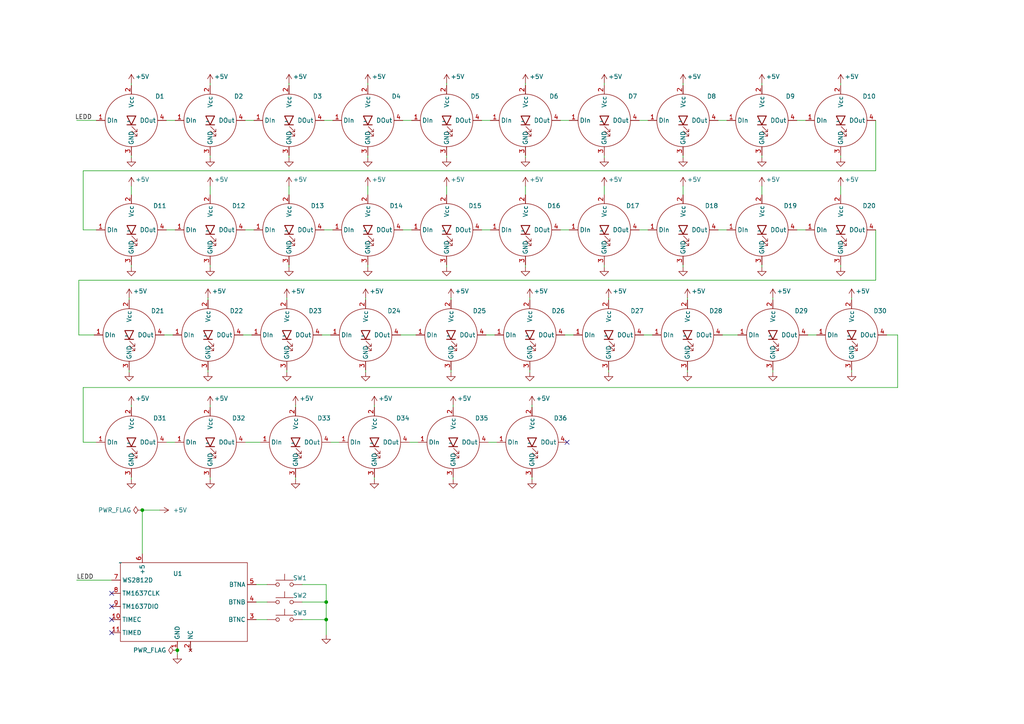
<source format=kicad_sch>
(kicad_sch (version 20230121) (generator eeschema)
  (paper "A4")
  (title_block (title "Berlin Uhr") (date "2024-09-22"))
  (lib_symbols
    (symbol "ClockIt:Movement5037"
      (property "Reference" "U" (at 0 0 0))
      (symbol "Movement5037_0_1"
        (rectangle (start 0 0) (end 36.83 -22.86))
      )
      (symbol "Movement5037_1_1"
        (pin power_in line (at 16.51 -25.4 90) (length 2.54) (name "GND") (number "1"))
        (pin output line (at -2.54 -16.51 0) (length 2.54) (name "TIMEC") (number "10"))
        (pin bidirectional line (at -2.54 -20.32 0) (length 2.54) (name "TIMED") (number "11"))
        (pin no_connect line (at 20.32 -25.4 90) (length 2.54) (name "NC") (number "2"))
        (pin input line (at 39.37 -16.51 180) (length 2.54) (name "BTNC") (number "3"))
        (pin input line (at 39.37 -11.43 180) (length 2.54) (name "BTNB") (number "4"))
        (pin input line (at 39.37 -6.35 180) (length 2.54) (name "BTNA") (number "5"))
        (pin power_out line (at 6.35 2.54 270) (length 2.54) (name "+5") (number "6"))
        (pin output line (at -2.54 -5.08 0) (length 2.54) (name "WS2812D") (number "7"))
        (pin output line (at -2.54 -8.89 0) (length 2.54) (name "TM1637CLK") (number "8"))
        (pin bidirectional line (at -2.54 -12.7 0) (length 2.54) (name "TM1637DIO") (number "9"))
      )
    )
    (symbol "ClockIt:WS2812-5MM"
      (property "Reference" "D" (at -9.144 6.858 0))
      (symbol "WS2812-5MM_0_1"
        (polyline (pts (xy 1.27 -1.27) (xy -1.27 -1.27)) (stroke (width 0.254)))
        (polyline (pts (xy 1.27 1.27) (xy -1.27 1.27) (xy 0 -1.27) (xy 1.27 1.27)) (stroke (width 0.254)))
        (polyline (pts (xy 0.127 -3.048) (xy 1.651 -4.572) (xy 1.651 -3.81) (xy 1.651 -4.572) (xy 0.889 -4.572)))
        (polyline (pts (xy 0.127 -1.778) (xy 1.651 -3.302) (xy 1.651 -2.54) (xy 1.651 -3.302) (xy 0.889 -3.302)))
        (circle (center 0 0) (radius 7.62))
      )
      (symbol "WS2812-5MM_1_1"
        (pin input line (at -10.16 0 0) (length 2.54) (name "DIn") (number "1"))
        (pin power_in line (at 0 10.16 270) (length 2.54) (name "Vcc") (number "2"))
        (pin power_in line (at 0 -10.16 90) (length 2.54) (name "GND") (number "3"))
        (pin output line (at 10.16 0 180) (length 2.54) (name "DOut") (number "4"))
      )
    )
    (symbol "Switch:SW_Push" (pin_numbers hide) (pin_names (offset 1.016) hide)
      (property "Reference" "SW" (at 1.27 2.54 0))
      (property "Value" "SW_Push" (at 0 -1.524 0))
      (symbol "SW_Push_0_1"
        (circle (center -2.032 0) (radius 0.508))
        (polyline (pts (xy 0 1.27) (xy 0 3.048)))
        (polyline (pts (xy 2.54 1.27) (xy -2.54 1.27)))
        (circle (center 2.032 0) (radius 0.508))
        (pin passive line (at -5.08 0 0) (length 2.54) (name "1") (number "1"))
        (pin passive line (at 5.08 0 180) (length 2.54) (name "2") (number "2"))
      )
    )
    (symbol "power:+5V" (power) (pin_names (offset 0))
      (property "Value" "+5V" (at 0 3.556 0))
      (symbol "+5V_0_1"
        (polyline (pts (xy -0.762 1.27) (xy 0 2.54)))
        (polyline (pts (xy 0 0) (xy 0 2.54)))
        (polyline (pts (xy 0 2.54) (xy 0.762 1.27)))
      )
      (symbol "+5V_1_1"
        (pin power_in line (at 0 0 90) (length 0) hide (name "+5V") (number "1"))
      )
    )
    (symbol "power:GND" (power) (pin_names (offset 0))
      (property "Value" "GND" (at 0 -3.81 0))
      (symbol "GND_0_1"
        (polyline (pts (xy 0 0) (xy 0 -1.27) (xy 1.27 -1.27) (xy 0 -2.54) (xy -1.27 -1.27) (xy 0 -1.27)))
      )
      (symbol "GND_1_1"
        (pin power_in line (at 0 0 270) (length 0) hide (name "GND") (number "1"))
      )
    )
    (symbol "power:PWR_FLAG" (power) (pin_numbers hide) (pin_names (offset 0) hide)
      (property "Value" "PWR_FLAG" (at 0 3.81 0))
      (symbol "PWR_FLAG_0_0"
        (pin power_out line (at 0 0 90) (length 0) (name "pwr") (number "1"))
      )
      (symbol "PWR_FLAG_0_1"
        (polyline (pts (xy 0 0) (xy 0 1.27) (xy -1.016 1.905) (xy 0 2.54) (xy 1.016 1.905) (xy 0 1.27)))
      )
    )
  )
  (junction (at 94.615 179.705))
  (junction (at 94.615 174.625))
  (junction (at 51.435 188.595))
  (junction (at 41.275 147.955))
  (no_connect (at 32.385 179.705))
  (no_connect (at 32.385 183.515))
  (no_connect (at 164.465 128.27))
  (no_connect (at 32.385 175.895))
  (no_connect (at 32.385 172.085))
  (wire (pts (xy 83.82 76.835) (xy 83.82 77.47)))
  (wire (pts (xy 24.13 66.675) (xy 27.94 66.675)))
  (wire (pts (xy 254 66.675) (xy 254 81.28)))
  (wire (pts (xy 154.305 117.475) (xy 154.305 118.11)))
  (wire (pts (xy 243.84 45.085) (xy 243.84 45.72)))
  (wire (pts (xy 254 81.28) (xy 22.86 81.28)))
  (wire (pts (xy 175.26 24.13) (xy 175.26 24.765)))
  (wire (pts (xy 162.56 66.675) (xy 165.1 66.675)))
  (wire (pts (xy 199.39 86.36) (xy 199.39 86.995)))
  (wire (pts (xy 254 49.53) (xy 24.13 49.53)))
  (wire (pts (xy 60.325 107.315) (xy 60.325 107.95)))
  (wire (pts (xy 95.885 128.27) (xy 98.425 128.27)))
  (wire (pts (xy 247.015 107.315) (xy 247.015 107.95)))
  (wire (pts (xy 152.4 45.085) (xy 152.4 45.72)))
  (wire (pts (xy 60.96 138.43) (xy 60.96 139.065)))
  (wire (pts (xy 70.485 97.155) (xy 73.025 97.155)))
  (wire (pts (xy 71.12 128.27) (xy 75.565 128.27)))
  (wire (pts (xy 139.7 66.675) (xy 142.24 66.675)))
  (wire (pts (xy 93.98 66.675) (xy 96.52 66.675)))
  (wire (pts (xy 220.98 53.975) (xy 220.98 56.515)))
  (wire (pts (xy 85.725 138.43) (xy 85.725 139.065)))
  (wire (pts (xy 140.97 97.155) (xy 143.51 97.155)))
  (wire (pts (xy 208.28 66.675) (xy 210.82 66.675)))
  (wire (pts (xy 51.435 188.595) (xy 51.435 189.865)))
  (wire (pts (xy 87.63 169.545) (xy 94.615 169.545)))
  (wire (pts (xy 243.84 53.975) (xy 243.84 56.515)))
  (wire (pts (xy 60.96 53.975) (xy 60.96 56.515)))
  (wire (pts (xy 185.42 66.675) (xy 187.96 66.675)))
  (wire (pts (xy 129.54 45.085) (xy 129.54 45.72)))
  (wire (pts (xy 38.1 53.975) (xy 38.1 56.515)))
  (wire (pts (xy 116.84 66.675) (xy 119.38 66.675)))
  (wire (pts (xy 176.53 86.36) (xy 176.53 86.995)))
  (wire (pts (xy 83.185 107.315) (xy 83.185 107.95)))
  (wire (pts (xy 106.68 76.835) (xy 106.68 77.47)))
  (wire (pts (xy 129.54 24.13) (xy 129.54 24.765)))
  (wire (pts (xy 129.54 76.835) (xy 129.54 77.47)))
  (wire (pts (xy 118.745 128.27) (xy 121.285 128.27)))
  (wire (pts (xy 152.4 24.13) (xy 152.4 24.765)))
  (wire (pts (xy 22.86 81.28) (xy 22.86 97.155)))
  (wire (pts (xy 106.045 107.315) (xy 106.045 107.95)))
  (wire (pts (xy 243.84 76.835) (xy 243.84 77.47)))
  (wire (pts (xy 243.84 24.13) (xy 243.84 24.765)))
  (wire (pts (xy 153.67 86.36) (xy 153.67 86.995)))
  (wire (pts (xy 209.55 97.155) (xy 213.995 97.155)))
  (wire (pts (xy 60.325 86.36) (xy 60.325 86.995)))
  (wire (pts (xy 162.56 34.925) (xy 165.1 34.925)))
  (wire (pts (xy 108.585 138.43) (xy 108.585 139.065)))
  (wire (pts (xy 106.045 86.36) (xy 106.045 86.995)))
  (wire (pts (xy 83.185 86.36) (xy 83.185 86.995)))
  (wire (pts (xy 224.155 107.315) (xy 224.155 107.95)))
  (wire (pts (xy 176.53 107.315) (xy 176.53 107.95)))
  (wire (pts (xy 152.4 53.975) (xy 152.4 56.515)))
  (wire (pts (xy 220.98 45.085) (xy 220.98 45.72)))
  (wire (pts (xy 185.42 34.925) (xy 187.96 34.925)))
  (wire (pts (xy 220.98 76.835) (xy 220.98 77.47)))
  (wire (pts (xy 24.13 49.53) (xy 24.13 66.675)))
  (wire (pts (xy 48.26 128.27) (xy 50.8 128.27)))
  (wire (pts (xy 74.295 174.625) (xy 77.47 174.625)))
  (wire (pts (xy 257.175 97.155) (xy 260.35 97.155)))
  (wire (pts (xy 48.26 34.925) (xy 50.8 34.925)))
  (wire (pts (xy 24.13 128.27) (xy 27.94 128.27)))
  (wire (pts (xy 106.68 53.975) (xy 106.68 56.515)))
  (wire (pts (xy 175.26 76.835) (xy 175.26 77.47)))
  (wire (pts (xy 71.12 66.675) (xy 73.66 66.675)))
  (wire (pts (xy 87.63 174.625) (xy 94.615 174.625)))
  (wire (pts (xy 106.68 45.085) (xy 106.68 45.72)))
  (wire (pts (xy 38.1 24.13) (xy 38.1 24.765)))
  (wire (pts (xy 60.96 24.13) (xy 60.96 24.765)))
  (wire (pts (xy 198.12 45.085) (xy 198.12 45.72)))
  (wire (pts (xy 129.54 53.975) (xy 129.54 56.515)))
  (wire (pts (xy 208.28 34.925) (xy 210.82 34.925)))
  (wire (pts (xy 131.445 138.43) (xy 131.445 139.065)))
  (wire (pts (xy 38.1 76.835) (xy 38.1 77.47)))
  (wire (pts (xy 247.015 86.36) (xy 247.015 86.995)))
  (wire (pts (xy 93.98 34.925) (xy 96.52 34.925)))
  (wire (pts (xy 186.69 97.155) (xy 189.23 97.155)))
  (wire (pts (xy 231.14 34.925) (xy 233.68 34.925)))
  (wire (pts (xy 85.725 117.475) (xy 85.725 118.11)))
  (wire (pts (xy 175.26 45.085) (xy 175.26 45.72)))
  (wire (pts (xy 22.86 97.155) (xy 27.305 97.155)))
  (wire (pts (xy 254 34.925) (xy 254 49.53)))
  (wire (pts (xy 48.26 66.675) (xy 50.8 66.675)))
  (wire (pts (xy 94.615 174.625) (xy 94.615 179.705)))
  (wire (pts (xy 116.84 34.925) (xy 119.38 34.925)))
  (wire (pts (xy 199.39 107.315) (xy 199.39 107.95)))
  (wire (pts (xy 38.1 117.475) (xy 38.1 118.11)))
  (wire (pts (xy 74.295 169.545) (xy 77.47 169.545)))
  (wire (pts (xy 139.7 34.925) (xy 142.24 34.925)))
  (wire (pts (xy 108.585 117.475) (xy 108.585 118.11)))
  (wire (pts (xy 131.445 117.475) (xy 131.445 118.11)))
  (wire (pts (xy 22.225 168.275) (xy 32.385 168.275)))
  (wire (pts (xy 47.625 97.155) (xy 50.165 97.155)))
  (wire (pts (xy 41.275 147.955) (xy 46.355 147.955)))
  (wire (pts (xy 220.98 24.13) (xy 220.98 24.765)))
  (wire (pts (xy 37.465 107.315) (xy 37.465 107.95)))
  (wire (pts (xy 38.1 138.43) (xy 38.1 139.065)))
  (wire (pts (xy 94.615 179.705) (xy 94.615 184.15)))
  (wire (pts (xy 71.12 34.925) (xy 73.66 34.925)))
  (wire (pts (xy 198.12 76.835) (xy 198.12 77.47)))
  (wire (pts (xy 260.35 112.395) (xy 24.13 112.395)))
  (wire (pts (xy 60.96 45.085) (xy 60.96 45.72)))
  (wire (pts (xy 198.12 53.975) (xy 198.12 56.515)))
  (wire (pts (xy 153.67 107.315) (xy 153.67 107.95)))
  (wire (pts (xy 175.26 53.975) (xy 175.26 56.515)))
  (wire (pts (xy 74.295 179.705) (xy 77.47 179.705)))
  (wire (pts (xy 116.205 97.155) (xy 120.65 97.155)))
  (wire (pts (xy 60.96 117.475) (xy 60.96 118.11)))
  (wire (pts (xy 130.81 86.36) (xy 130.81 86.995)))
  (wire (pts (xy 38.1 45.085) (xy 38.1 45.72)))
  (wire (pts (xy 83.82 53.975) (xy 83.82 56.515)))
  (wire (pts (xy 24.13 112.395) (xy 24.13 128.27)))
  (wire (pts (xy 231.14 66.675) (xy 233.68 66.675)))
  (wire (pts (xy 130.81 107.315) (xy 130.81 107.95)))
  (wire (pts (xy 60.96 76.835) (xy 60.96 77.47)))
  (wire (pts (xy 141.605 128.27) (xy 144.145 128.27)))
  (wire (pts (xy 41.275 147.955) (xy 41.275 160.655)))
  (wire (pts (xy 163.83 97.155) (xy 166.37 97.155)))
  (wire (pts (xy 224.155 86.36) (xy 224.155 86.995)))
  (wire (pts (xy 234.315 97.155) (xy 236.855 97.155)))
  (wire (pts (xy 93.345 97.155) (xy 95.885 97.155)))
  (wire (pts (xy 154.305 138.43) (xy 154.305 139.065)))
  (wire (pts (xy 83.82 45.085) (xy 83.82 45.72)))
  (wire (pts (xy 22.225 34.925) (xy 27.94 34.925)))
  (wire (pts (xy 152.4 76.835) (xy 152.4 77.47)))
  (wire (pts (xy 106.68 24.13) (xy 106.68 24.765)))
  (wire (pts (xy 94.615 169.545) (xy 94.615 174.625)))
  (wire (pts (xy 87.63 179.705) (xy 94.615 179.705)))
  (wire (pts (xy 83.82 24.13) (xy 83.82 24.765)))
  (wire (pts (xy 37.465 86.36) (xy 37.465 86.995)))
  (wire (pts (xy 260.35 97.155) (xy 260.35 112.395)))
  (wire (pts (xy 198.12 24.13) (xy 198.12 24.765)))
  (label "LEDD" (at 22.225 168.275 0))
  (label "LEDD" (at 26.67 34.925 180))
  (symbol (lib_id "power:GND") (at 83.82 45.72 0) (unit 1)
    (property "Reference" "#PWR013" (effects hide))
    (property "Value" "GND" (effects hide))
  )
  (symbol (lib_id "power:+5V") (at 154.305 117.475 0) (unit 1)
    (property "Reference" "#PWR066" (effects hide))
    (property "Value" "+5V" (at 157.48 115.57 0))
  )
  (symbol (lib_id "power:+5V") (at 83.82 53.975 0) (unit 1)
    (property "Reference" "#PWR023" (effects hide))
    (property "Value" "+5V" (at 86.995 52.07 0))
  )
  (symbol (lib_id "power:+5V") (at 152.4 53.975 0) (unit 1)
    (property "Reference" "#PWR026" (effects hide))
    (property "Value" "+5V" (at 155.575 52.07 0))
  )
  (symbol (lib_id "ClockIt:WS2812-5MM") (at 38.1 66.675 0) (unit 1)
    (property "Reference" "D11" (at 46.355 59.69 0))
    (property "Value" "~" (at 37.338 66.929 0))
    (property "Footprint" "ClockIt:WS2812-5MM" (effects hide))
  )
  (symbol (lib_id "power:GND") (at 129.54 77.47 0) (unit 1)
    (property "Reference" "#PWR035" (effects hide))
    (property "Value" "GND" (effects hide))
  )
  (symbol (lib_id "power:+5V") (at 198.12 24.13 0) (unit 1)
    (property "Reference" "#PWR08" (effects hide))
    (property "Value" "+5V" (at 201.295 22.225 0))
  )
  (symbol (lib_id "power:GND") (at 94.615 184.15 0) (unit 1)
    (property "Reference" "#PWR074" (effects hide))
    (property "Value" "GND" (effects hide))
  )
  (symbol (lib_id "power:GND") (at 83.185 107.95 0) (unit 1)
    (property "Reference" "#PWR053" (effects hide))
    (property "Value" "GND" (effects hide))
  )
  (symbol (lib_id "power:+5V") (at 60.96 117.475 0) (unit 1)
    (property "Reference" "#PWR062" (effects hide))
    (property "Value" "+5V" (at 64.135 115.57 0))
  )
  (symbol (lib_id "ClockIt:WS2812-5MM") (at 129.54 34.925 0) (unit 1)
    (property "Reference" "D5" (at 137.795 27.94 0))
    (property "Value" "~" (at 128.778 35.179 0))
    (property "Footprint" "ClockIt:WS2812-5MM" (effects hide))
  )
  (symbol (lib_id "ClockIt:WS2812-5MM") (at 224.155 97.155 0) (unit 1)
    (property "Reference" "D29" (at 232.41 90.17 0))
    (property "Value" "~" (at 223.393 97.409 0))
    (property "Footprint" "ClockIt:WS2812-5MM" (effects hide))
  )
  (symbol (lib_id "power:GND") (at 152.4 77.47 0) (unit 1)
    (property "Reference" "#PWR036" (effects hide))
    (property "Value" "GND" (effects hide))
  )
  (symbol (lib_id "power:GND") (at 154.305 139.065 0) (unit 1)
    (property "Reference" "#PWR072" (effects hide))
    (property "Value" "GND" (effects hide))
  )
  (symbol (lib_id "ClockIt:WS2812-5MM") (at 152.4 66.675 0) (unit 1)
    (property "Reference" "D16" (at 160.655 59.69 0))
    (property "Value" "~" (at 151.638 66.929 0))
    (property "Footprint" "ClockIt:WS2812-5MM" (effects hide))
  )
  (symbol (lib_id "ClockIt:WS2812-5MM") (at 130.81 97.155 0) (unit 1)
    (property "Reference" "D25" (at 139.065 90.17 0))
    (property "Value" "~" (at 130.048 97.409 0))
    (property "Footprint" "ClockIt:WS2812-5MM" (effects hide))
  )
  (symbol (lib_id "power:GND") (at 130.81 107.95 0) (unit 1)
    (property "Reference" "#PWR055" (effects hide))
    (property "Value" "GND" (effects hide))
  )
  (symbol (lib_id "power:+5V") (at 60.325 86.36 0) (unit 1)
    (property "Reference" "#PWR042" (effects hide))
    (property "Value" "+5V" (at 63.5 84.455 0))
  )
  (symbol (lib_id "ClockIt:WS2812-5MM") (at 60.96 66.675 0) (unit 1)
    (property "Reference" "D12" (at 69.215 59.69 0))
    (property "Value" "~" (at 60.198 66.929 0))
    (property "Footprint" "ClockIt:WS2812-5MM" (effects hide))
  )
  (symbol (lib_id "power:+5V") (at 37.465 86.36 0) (unit 1)
    (property "Reference" "#PWR041" (effects hide))
    (property "Value" "+5V" (at 40.64 84.455 0))
  )
  (symbol (lib_id "Switch:SW_Push") (at 82.55 179.705 0) (unit 1)
    (property "Reference" "SW3" (at 86.995 177.8 0))
    (property "Value" "SW_Push" (effects hide))
    (property "Footprint" "ClockIt:Tactile SW SMD" (effects hide))
  )
  (symbol (lib_id "power:+5V") (at 153.67 86.36 0) (unit 1)
    (property "Reference" "#PWR046" (effects hide))
    (property "Value" "+5V" (at 156.845 84.455 0))
  )
  (symbol (lib_id "power:GND") (at 106.68 45.72 0) (unit 1)
    (property "Reference" "#PWR014" (effects hide))
    (property "Value" "GND" (effects hide))
  )
  (symbol (lib_id "power:+5V") (at 108.585 117.475 0) (unit 1)
    (property "Reference" "#PWR064" (effects hide))
    (property "Value" "+5V" (at 111.76 115.57 0))
  )
  (symbol (lib_id "power:GND") (at 129.54 45.72 0) (unit 1)
    (property "Reference" "#PWR015" (effects hide))
    (property "Value" "GND" (effects hide))
  )
  (symbol (lib_id "ClockIt:WS2812-5MM") (at 198.12 66.675 0) (unit 1)
    (property "Reference" "D18" (at 206.375 59.69 0))
    (property "Value" "~" (at 197.358 66.929 0))
    (property "Footprint" "ClockIt:WS2812-5MM" (effects hide))
  )
  (symbol (lib_id "power:+5V") (at 106.68 24.13 0) (unit 1)
    (property "Reference" "#PWR04" (effects hide))
    (property "Value" "+5V" (at 109.855 22.225 0))
  )
  (symbol (lib_id "power:GND") (at 176.53 107.95 0) (unit 1)
    (property "Reference" "#PWR057" (effects hide))
    (property "Value" "GND" (effects hide))
  )
  (symbol (lib_id "ClockIt:WS2812-5MM") (at 60.325 97.155 0) (unit 1)
    (property "Reference" "D22" (at 68.58 90.17 0))
    (property "Value" "~" (at 59.563 97.409 0))
    (property "Footprint" "ClockIt:WS2812-5MM" (effects hide))
  )
  (symbol (lib_id "power:GND") (at 38.1 77.47 0) (unit 1)
    (property "Reference" "#PWR031" (effects hide))
    (property "Value" "GND" (effects hide))
  )
  (symbol (lib_id "power:+5V") (at 60.96 24.13 0) (unit 1)
    (property "Reference" "#PWR02" (effects hide))
    (property "Value" "+5V" (at 64.135 22.225 0))
  )
  (symbol (lib_id "power:GND") (at 131.445 139.065 0) (unit 1)
    (property "Reference" "#PWR071" (effects hide))
    (property "Value" "GND" (effects hide))
  )
  (symbol (lib_id "power:GND") (at 83.82 77.47 0) (unit 1)
    (property "Reference" "#PWR033" (effects hide))
    (property "Value" "GND" (effects hide))
  )
  (symbol (lib_id "power:PWR_FLAG") (at 41.275 147.955 90) (unit 1)
    (property "Reference" "#FLG01" (effects hide))
    (property "Value" "PWR_FLAG" (at 38.1 147.955 90) (effects (justify left)))
  )
  (symbol (lib_id "ClockIt:WS2812-5MM") (at 220.98 66.675 0) (unit 1)
    (property "Reference" "D19" (at 229.235 59.69 0))
    (property "Value" "~" (at 220.218 66.929 0))
    (property "Footprint" "ClockIt:WS2812-5MM" (effects hide))
  )
  (symbol (lib_id "ClockIt:WS2812-5MM") (at 220.98 34.925 0) (unit 1)
    (property "Reference" "D9" (at 229.235 27.94 0))
    (property "Value" "~" (at 220.218 35.179 0))
    (property "Footprint" "ClockIt:WS2812-5MM" (effects hide))
  )
  (symbol (lib_id "power:GND") (at 220.98 45.72 0) (unit 1)
    (property "Reference" "#PWR019" (effects hide))
    (property "Value" "GND" (effects hide))
  )
  (symbol (lib_id "power:GND") (at 243.84 77.47 0) (unit 1)
    (property "Reference" "#PWR040" (effects hide))
    (property "Value" "GND" (effects hide))
  )
  (symbol (lib_id "power:+5V") (at 220.98 24.13 0) (unit 1)
    (property "Reference" "#PWR09" (effects hide))
    (property "Value" "+5V" (at 224.155 22.225 0))
  )
  (symbol (lib_id "power:+5V") (at 129.54 24.13 0) (unit 1)
    (property "Reference" "#PWR05" (effects hide))
    (property "Value" "+5V" (at 132.715 22.225 0))
  )
  (symbol (lib_id "ClockIt:WS2812-5MM") (at 176.53 97.155 0) (unit 1)
    (property "Reference" "D27" (at 184.785 90.17 0))
    (property "Value" "~" (at 175.768 97.409 0))
    (property "Footprint" "ClockIt:WS2812-5MM" (effects hide))
  )
  (symbol (lib_id "power:GND") (at 220.98 77.47 0) (unit 1)
    (property "Reference" "#PWR039" (effects hide))
    (property "Value" "GND" (effects hide))
  )
  (symbol (lib_id "ClockIt:WS2812-5MM") (at 106.68 34.925 0) (unit 1)
    (property "Reference" "D4" (at 114.935 27.94 0))
    (property "Value" "~" (at 105.918 35.179 0))
    (property "Footprint" "ClockIt:WS2812-5MM" (effects hide))
  )
  (symbol (lib_id "ClockIt:WS2812-5MM") (at 131.445 128.27 0) (unit 1)
    (property "Reference" "D35" (at 139.7 121.285 0))
    (property "Value" "~" (at 130.683 128.524 0))
    (property "Footprint" "ClockIt:WS2812-5MM" (effects hide))
  )
  (symbol (lib_id "power:+5V") (at 129.54 53.975 0) (unit 1)
    (property "Reference" "#PWR025" (effects hide))
    (property "Value" "+5V" (at 132.715 52.07 0))
  )
  (symbol (lib_id "power:+5V") (at 176.53 86.36 0) (unit 1)
    (property "Reference" "#PWR047" (effects hide))
    (property "Value" "+5V" (at 179.705 84.455 0))
  )
  (symbol (lib_id "power:GND") (at 38.1 139.065 0) (unit 1)
    (property "Reference" "#PWR067" (effects hide))
    (property "Value" "GND" (effects hide))
  )
  (symbol (lib_id "ClockIt:WS2812-5MM") (at 60.96 128.27 0) (unit 1)
    (property "Reference" "D32" (at 69.215 121.285 0))
    (property "Value" "~" (at 60.198 128.524 0))
    (property "Footprint" "ClockIt:WS2812-5MM" (effects hide))
  )
  (symbol (lib_id "power:+5V") (at 199.39 86.36 0) (unit 1)
    (property "Reference" "#PWR048" (effects hide))
    (property "Value" "+5V" (at 202.565 84.455 0))
  )
  (symbol (lib_id "ClockIt:WS2812-5MM") (at 37.465 97.155 0) (unit 1)
    (property "Reference" "D21" (at 45.72 90.17 0))
    (property "Value" "~" (at 36.703 97.409 0))
    (property "Footprint" "ClockIt:WS2812-5MM" (effects hide))
  )
  (symbol (lib_id "power:+5V") (at 60.96 53.975 0) (unit 1)
    (property "Reference" "#PWR022" (effects hide))
    (property "Value" "+5V" (at 64.135 52.07 0))
  )
  (symbol (lib_id "power:GND") (at 51.435 189.865 0) (unit 1)
    (property "Reference" "#PWR075" (effects hide))
    (property "Value" "GND" (effects hide))
  )
  (symbol (lib_id "ClockIt:WS2812-5MM") (at 243.84 66.675 0) (unit 1)
    (property "Reference" "D20" (at 252.095 59.69 0))
    (property "Value" "~" (at 243.078 66.929 0))
    (property "Footprint" "ClockIt:WS2812-5MM" (effects hide))
  )
  (symbol (lib_id "power:+5V") (at 46.355 147.955 270) (unit 1)
    (property "Reference" "#PWR073" (effects hide))
    (property "Value" "+5V" (at 50.165 147.955 90) (effects (justify left)))
  )
  (symbol (lib_id "ClockIt:WS2812-5MM") (at 83.82 34.925 0) (unit 1)
    (property "Reference" "D3" (at 92.075 27.94 0))
    (property "Value" "~" (at 83.058 35.179 0))
    (property "Footprint" "ClockIt:WS2812-5MM" (effects hide))
  )
  (symbol (lib_id "power:+5V") (at 38.1 117.475 0) (unit 1)
    (property "Reference" "#PWR061" (effects hide))
    (property "Value" "+5V" (at 41.275 115.57 0))
  )
  (symbol (lib_id "Switch:SW_Push") (at 82.55 169.545 0) (unit 1)
    (property "Reference" "SW1" (at 86.995 167.64 0))
    (property "Value" "SW_Push" (effects hide))
    (property "Footprint" "ClockIt:Tactile SW SMD" (effects hide))
  )
  (symbol (lib_id "power:GND") (at 108.585 139.065 0) (unit 1)
    (property "Reference" "#PWR070" (effects hide))
    (property "Value" "GND" (effects hide))
  )
  (symbol (lib_id "power:GND") (at 38.1 45.72 0) (unit 1)
    (property "Reference" "#PWR011" (effects hide))
    (property "Value" "GND" (effects hide))
  )
  (symbol (lib_id "power:+5V") (at 243.84 53.975 0) (unit 1)
    (property "Reference" "#PWR030" (effects hide))
    (property "Value" "+5V" (at 247.015 52.07 0))
  )
  (symbol (lib_id "ClockIt:WS2812-5MM") (at 175.26 66.675 0) (unit 1)
    (property "Reference" "D17" (at 183.515 59.69 0))
    (property "Value" "~" (at 174.498 66.929 0))
    (property "Footprint" "ClockIt:WS2812-5MM" (effects hide))
  )
  (symbol (lib_id "ClockIt:Movement5037") (at 34.925 163.195 0) (unit 1)
    (property "Reference" "U1" (at 50.165 166.37 0) (effects (justify left)))
    (property "Value" "~" (at 34.925 163.195 0))
    (property "Footprint" "ClockIt:Movement5037 TH" (effects hide))
  )
  (symbol (lib_id "power:GND") (at 152.4 45.72 0) (unit 1)
    (property "Reference" "#PWR016" (effects hide))
    (property "Value" "GND" (effects hide))
  )
  (symbol (lib_id "Switch:SW_Push") (at 82.55 174.625 0) (unit 1)
    (property "Reference" "SW2" (at 86.995 172.72 0))
    (property "Value" "SW_Push" (effects hide))
    (property "Footprint" "ClockIt:Tactile SW SMD" (effects hide))
  )
  (symbol (lib_id "power:GND") (at 175.26 77.47 0) (unit 1)
    (property "Reference" "#PWR037" (effects hide))
    (property "Value" "GND" (effects hide))
  )
  (symbol (lib_id "power:GND") (at 198.12 77.47 0) (unit 1)
    (property "Reference" "#PWR038" (effects hide))
    (property "Value" "GND" (effects hide))
  )
  (symbol (lib_id "ClockIt:WS2812-5MM") (at 129.54 66.675 0) (unit 1)
    (property "Reference" "D15" (at 137.795 59.69 0))
    (property "Value" "~" (at 128.778 66.929 0))
    (property "Footprint" "ClockIt:WS2812-5MM" (effects hide))
  )
  (symbol (lib_id "ClockIt:WS2812-5MM") (at 83.185 97.155 0) (unit 1)
    (property "Reference" "D23" (at 91.44 90.17 0))
    (property "Value" "~" (at 82.423 97.409 0))
    (property "Footprint" "ClockIt:WS2812-5MM" (effects hide))
  )
  (symbol (lib_id "power:+5V") (at 175.26 24.13 0) (unit 1)
    (property "Reference" "#PWR07" (effects hide))
    (property "Value" "+5V" (at 178.435 22.225 0))
  )
  (symbol (lib_id "power:+5V") (at 83.185 86.36 0) (unit 1)
    (property "Reference" "#PWR043" (effects hide))
    (property "Value" "+5V" (at 86.36 84.455 0))
  )
  (symbol (lib_id "power:+5V") (at 220.98 53.975 0) (unit 1)
    (property "Reference" "#PWR029" (effects hide))
    (property "Value" "+5V" (at 224.155 52.07 0))
  )
  (symbol (lib_id "ClockIt:WS2812-5MM") (at 247.015 97.155 0) (unit 1)
    (property "Reference" "D30" (at 255.27 90.17 0))
    (property "Value" "~" (at 246.253 97.409 0))
    (property "Footprint" "ClockIt:WS2812-5MM" (effects hide))
  )
  (symbol (lib_id "power:+5V") (at 38.1 53.975 0) (unit 1)
    (property "Reference" "#PWR021" (effects hide))
    (property "Value" "+5V" (at 41.275 52.07 0))
  )
  (symbol (lib_id "power:+5V") (at 175.26 53.975 0) (unit 1)
    (property "Reference" "#PWR027" (effects hide))
    (property "Value" "+5V" (at 178.435 52.07 0))
  )
  (symbol (lib_id "power:GND") (at 60.96 45.72 0) (unit 1)
    (property "Reference" "#PWR012" (effects hide))
    (property "Value" "GND" (effects hide))
  )
  (symbol (lib_id "power:GND") (at 60.325 107.95 0) (unit 1)
    (property "Reference" "#PWR052" (effects hide))
    (property "Value" "GND" (effects hide))
  )
  (symbol (lib_id "power:+5V") (at 85.725 117.475 0) (unit 1)
    (property "Reference" "#PWR063" (effects hide))
    (property "Value" "+5V" (at 88.9 115.57 0))
  )
  (symbol (lib_id "power:GND") (at 224.155 107.95 0) (unit 1)
    (property "Reference" "#PWR059" (effects hide))
    (property "Value" "GND" (effects hide))
  )
  (symbol (lib_id "ClockIt:WS2812-5MM") (at 85.725 128.27 0) (unit 1)
    (property "Reference" "D33" (at 93.98 121.285 0))
    (property "Value" "~" (at 84.963 128.524 0))
    (property "Footprint" "ClockIt:WS2812-5MM" (effects hide))
  )
  (symbol (lib_id "ClockIt:WS2812-5MM") (at 175.26 34.925 0) (unit 1)
    (property "Reference" "D7" (at 183.515 27.94 0))
    (property "Value" "~" (at 174.498 35.179 0))
    (property "Footprint" "ClockIt:WS2812-5MM" (effects hide))
  )
  (symbol (lib_id "power:+5V") (at 131.445 117.475 0) (unit 1)
    (property "Reference" "#PWR065" (effects hide))
    (property "Value" "+5V" (at 134.62 115.57 0))
  )
  (symbol (lib_id "power:+5V") (at 198.12 53.975 0) (unit 1)
    (property "Reference" "#PWR028" (effects hide))
    (property "Value" "+5V" (at 201.295 52.07 0))
  )
  (symbol (lib_id "power:GND") (at 199.39 107.95 0) (unit 1)
    (property "Reference" "#PWR058" (effects hide))
    (property "Value" "GND" (effects hide))
  )
  (symbol (lib_id "power:GND") (at 198.12 45.72 0) (unit 1)
    (property "Reference" "#PWR018" (effects hide))
    (property "Value" "GND" (effects hide))
  )
  (symbol (lib_id "ClockIt:WS2812-5MM") (at 60.96 34.925 0) (unit 1)
    (property "Reference" "D2" (at 69.215 27.94 0))
    (property "Value" "~" (at 60.198 35.179 0))
    (property "Footprint" "ClockIt:WS2812-5MM" (effects hide))
  )
  (symbol (lib_id "ClockIt:WS2812-5MM") (at 83.82 66.675 0) (unit 1)
    (property "Reference" "D13" (at 92.075 59.69 0))
    (property "Value" "~" (at 83.058 66.929 0))
    (property "Footprint" "ClockIt:WS2812-5MM" (effects hide))
  )
  (symbol (lib_id "ClockIt:WS2812-5MM") (at 106.68 66.675 0) (unit 1)
    (property "Reference" "D14" (at 114.935 59.69 0))
    (property "Value" "~" (at 105.918 66.929 0))
    (property "Footprint" "ClockIt:WS2812-5MM" (effects hide))
  )
  (symbol (lib_id "power:+5V") (at 224.155 86.36 0) (unit 1)
    (property "Reference" "#PWR049" (effects hide))
    (property "Value" "+5V" (at 227.33 84.455 0))
  )
  (symbol (lib_id "power:+5V") (at 106.68 53.975 0) (unit 1)
    (property "Reference" "#PWR024" (effects hide))
    (property "Value" "+5V" (at 109.855 52.07 0))
  )
  (symbol (lib_id "power:GND") (at 60.96 77.47 0) (unit 1)
    (property "Reference" "#PWR032" (effects hide))
    (property "Value" "GND" (effects hide))
  )
  (symbol (lib_id "power:GND") (at 106.045 107.95 0) (unit 1)
    (property "Reference" "#PWR054" (effects hide))
    (property "Value" "GND" (effects hide))
  )
  (symbol (lib_id "ClockIt:WS2812-5MM") (at 106.045 97.155 0) (unit 1)
    (property "Reference" "D24" (at 114.3 90.17 0))
    (property "Value" "~" (at 105.283 97.409 0))
    (property "Footprint" "ClockIt:WS2812-5MM" (effects hide))
  )
  (symbol (lib_id "power:+5V") (at 152.4 24.13 0) (unit 1)
    (property "Reference" "#PWR06" (effects hide))
    (property "Value" "+5V" (at 155.575 22.225 0))
  )
  (symbol (lib_id "power:GND") (at 60.96 139.065 0) (unit 1)
    (property "Reference" "#PWR068" (effects hide))
    (property "Value" "GND" (effects hide))
  )
  (symbol (lib_id "power:+5V") (at 83.82 24.13 0) (unit 1)
    (property "Reference" "#PWR03" (effects hide))
    (property "Value" "+5V" (at 86.995 22.225 0))
  )
  (symbol (lib_id "power:GND") (at 106.68 77.47 0) (unit 1)
    (property "Reference" "#PWR034" (effects hide))
    (property "Value" "GND" (effects hide))
  )
  (symbol (lib_id "power:GND") (at 175.26 45.72 0) (unit 1)
    (property "Reference" "#PWR017" (effects hide))
    (property "Value" "GND" (effects hide))
  )
  (symbol (lib_id "ClockIt:WS2812-5MM") (at 198.12 34.925 0) (unit 1)
    (property "Reference" "D8" (at 206.375 27.94 0))
    (property "Value" "~" (at 197.358 35.179 0))
    (property "Footprint" "ClockIt:WS2812-5MM" (effects hide))
  )
  (symbol (lib_id "power:GND") (at 153.67 107.95 0) (unit 1)
    (property "Reference" "#PWR056" (effects hide))
    (property "Value" "GND" (effects hide))
  )
  (symbol (lib_id "power:GND") (at 243.84 45.72 0) (unit 1)
    (property "Reference" "#PWR020" (effects hide))
    (property "Value" "GND" (effects hide))
  )
  (symbol (lib_id "ClockIt:WS2812-5MM") (at 38.1 128.27 0) (unit 1)
    (property "Reference" "D31" (at 46.355 121.285 0))
    (property "Value" "~" (at 37.338 128.524 0))
    (property "Footprint" "ClockIt:WS2812-5MM" (effects hide))
  )
  (symbol (lib_id "power:+5V") (at 130.81 86.36 0) (unit 1)
    (property "Reference" "#PWR045" (effects hide))
    (property "Value" "+5V" (at 133.985 84.455 0))
  )
  (symbol (lib_id "power:GND") (at 37.465 107.95 0) (unit 1)
    (property "Reference" "#PWR051" (effects hide))
    (property "Value" "GND" (effects hide))
  )
  (symbol (lib_id "ClockIt:WS2812-5MM") (at 199.39 97.155 0) (unit 1)
    (property "Reference" "D28" (at 207.645 90.17 0))
    (property "Value" "~" (at 198.628 97.409 0))
    (property "Footprint" "ClockIt:WS2812-5MM" (effects hide))
  )
  (symbol (lib_id "power:GND") (at 85.725 139.065 0) (unit 1)
    (property "Reference" "#PWR069" (effects hide))
    (property "Value" "GND" (effects hide))
  )
  (symbol (lib_id "ClockIt:WS2812-5MM") (at 108.585 128.27 0) (unit 1)
    (property "Reference" "D34" (at 116.84 121.285 0))
    (property "Value" "~" (at 107.823 128.524 0))
    (property "Footprint" "ClockIt:WS2812-5MM" (effects hide))
  )
  (symbol (lib_id "ClockIt:WS2812-5MM") (at 243.84 34.925 0) (unit 1)
    (property "Reference" "D10" (at 252.095 27.94 0))
    (property "Value" "~" (at 243.078 35.179 0))
    (property "Footprint" "ClockIt:WS2812-5MM" (effects hide))
  )
  (symbol (lib_id "power:+5V") (at 247.015 86.36 0) (unit 1)
    (property "Reference" "#PWR050" (effects hide))
    (property "Value" "+5V" (at 250.19 84.455 0))
  )
  (symbol (lib_id "power:+5V") (at 106.045 86.36 0) (unit 1)
    (property "Reference" "#PWR044" (effects hide))
    (property "Value" "+5V" (at 109.22 84.455 0))
  )
  (symbol (lib_id "ClockIt:WS2812-5MM") (at 38.1 34.925 0) (unit 1)
    (property "Reference" "D1" (at 46.355 27.94 0))
    (property "Value" "~" (at 37.338 35.179 0))
    (property "Footprint" "ClockIt:WS2812-5MM" (effects hide))
  )
  (symbol (lib_id "ClockIt:WS2812-5MM") (at 154.305 128.27 0) (unit 1)
    (property "Reference" "D36" (at 162.56 121.285 0))
    (property "Value" "~" (at 153.543 128.524 0))
    (property "Footprint" "ClockIt:WS2812-5MM" (effects hide))
  )
  (symbol (lib_id "power:GND") (at 247.015 107.95 0) (unit 1)
    (property "Reference" "#PWR060" (effects hide))
    (property "Value" "GND" (effects hide))
  )
  (symbol (lib_id "power:PWR_FLAG") (at 51.435 188.595 90) (unit 1)
    (property "Reference" "#FLG02" (effects hide))
    (property "Value" "PWR_FLAG" (at 48.26 188.595 90) (effects (justify left)))
  )
  (symbol (lib_id "ClockIt:WS2812-5MM") (at 153.67 97.155 0) (unit 1)
    (property "Reference" "D26" (at 161.925 90.17 0))
    (property "Value" "~" (at 152.908 97.409 0))
    (property "Footprint" "ClockIt:WS2812-5MM" (effects hide))
  )
  (symbol (lib_id "power:+5V") (at 243.84 24.13 0) (unit 1)
    (property "Reference" "#PWR010" (effects hide))
    (property "Value" "+5V" (at 247.015 22.225 0))
  )
  (symbol (lib_id "ClockIt:WS2812-5MM") (at 152.4 34.925 0) (unit 1)
    (property "Reference" "D6" (at 160.655 27.94 0))
    (property "Value" "~" (at 151.638 35.179 0))
    (property "Footprint" "ClockIt:WS2812-5MM" (effects hide))
  )
  (symbol (lib_id "power:+5V") (at 38.1 24.13 0) (unit 1)
    (property "Reference" "#PWR01" (effects hide))
    (property "Value" "+5V" (at 41.275 22.225 0))
  )
)
</source>
